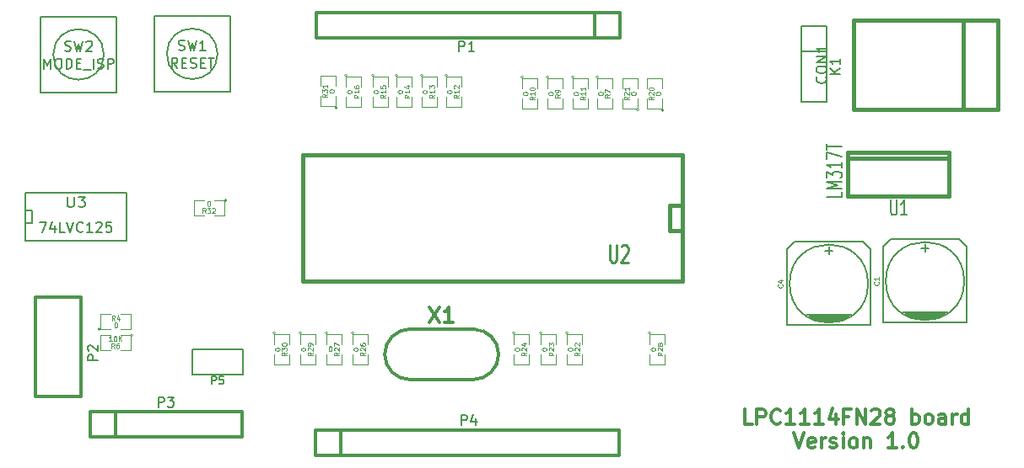
<source format=gto>
G04 (created by PCBNEW (2013-07-07 BZR 4022)-stable) date 5/31/2014 7:32:52 PM*
%MOIN*%
G04 Gerber Fmt 3.4, Leading zero omitted, Abs format*
%FSLAX34Y34*%
G01*
G70*
G90*
G04 APERTURE LIST*
%ADD10C,0.00590551*%
%ADD11C,0.011811*%
%ADD12C,0.005*%
%ADD13C,0.008*%
%ADD14C,0.0039*%
%ADD15C,0.006*%
%ADD16C,0.012*%
%ADD17C,0.0125*%
%ADD18C,0.015*%
%ADD19C,0.0043*%
%ADD20C,0.01125*%
%ADD21C,0.0047*%
G04 APERTURE END LIST*
G54D10*
G54D11*
X86766Y-65064D02*
X86484Y-65064D01*
X86484Y-64473D01*
X86962Y-65064D02*
X86962Y-64473D01*
X87187Y-64473D01*
X87244Y-64501D01*
X87272Y-64529D01*
X87300Y-64585D01*
X87300Y-64670D01*
X87272Y-64726D01*
X87244Y-64754D01*
X87187Y-64782D01*
X86962Y-64782D01*
X87891Y-65007D02*
X87862Y-65035D01*
X87778Y-65064D01*
X87722Y-65064D01*
X87637Y-65035D01*
X87581Y-64979D01*
X87553Y-64923D01*
X87525Y-64810D01*
X87525Y-64726D01*
X87553Y-64614D01*
X87581Y-64557D01*
X87637Y-64501D01*
X87722Y-64473D01*
X87778Y-64473D01*
X87862Y-64501D01*
X87891Y-64529D01*
X88453Y-65064D02*
X88115Y-65064D01*
X88284Y-65064D02*
X88284Y-64473D01*
X88228Y-64557D01*
X88172Y-64614D01*
X88115Y-64642D01*
X89015Y-65064D02*
X88678Y-65064D01*
X88847Y-65064D02*
X88847Y-64473D01*
X88790Y-64557D01*
X88734Y-64614D01*
X88678Y-64642D01*
X89578Y-65064D02*
X89240Y-65064D01*
X89409Y-65064D02*
X89409Y-64473D01*
X89353Y-64557D01*
X89297Y-64614D01*
X89240Y-64642D01*
X90084Y-64670D02*
X90084Y-65064D01*
X89943Y-64445D02*
X89803Y-64867D01*
X90168Y-64867D01*
X90590Y-64754D02*
X90393Y-64754D01*
X90393Y-65064D02*
X90393Y-64473D01*
X90675Y-64473D01*
X90900Y-65064D02*
X90900Y-64473D01*
X91237Y-65064D01*
X91237Y-64473D01*
X91490Y-64529D02*
X91518Y-64501D01*
X91574Y-64473D01*
X91715Y-64473D01*
X91771Y-64501D01*
X91799Y-64529D01*
X91828Y-64585D01*
X91828Y-64642D01*
X91799Y-64726D01*
X91462Y-65064D01*
X91828Y-65064D01*
X92165Y-64726D02*
X92109Y-64698D01*
X92081Y-64670D01*
X92052Y-64614D01*
X92052Y-64585D01*
X92081Y-64529D01*
X92109Y-64501D01*
X92165Y-64473D01*
X92277Y-64473D01*
X92334Y-64501D01*
X92362Y-64529D01*
X92390Y-64585D01*
X92390Y-64614D01*
X92362Y-64670D01*
X92334Y-64698D01*
X92277Y-64726D01*
X92165Y-64726D01*
X92109Y-64754D01*
X92081Y-64782D01*
X92052Y-64839D01*
X92052Y-64951D01*
X92081Y-65007D01*
X92109Y-65035D01*
X92165Y-65064D01*
X92277Y-65064D01*
X92334Y-65035D01*
X92362Y-65007D01*
X92390Y-64951D01*
X92390Y-64839D01*
X92362Y-64782D01*
X92334Y-64754D01*
X92277Y-64726D01*
X93093Y-65064D02*
X93093Y-64473D01*
X93093Y-64698D02*
X93149Y-64670D01*
X93262Y-64670D01*
X93318Y-64698D01*
X93346Y-64726D01*
X93374Y-64782D01*
X93374Y-64951D01*
X93346Y-65007D01*
X93318Y-65035D01*
X93262Y-65064D01*
X93149Y-65064D01*
X93093Y-65035D01*
X93712Y-65064D02*
X93655Y-65035D01*
X93627Y-65007D01*
X93599Y-64951D01*
X93599Y-64782D01*
X93627Y-64726D01*
X93655Y-64698D01*
X93712Y-64670D01*
X93796Y-64670D01*
X93852Y-64698D01*
X93880Y-64726D01*
X93908Y-64782D01*
X93908Y-64951D01*
X93880Y-65007D01*
X93852Y-65035D01*
X93796Y-65064D01*
X93712Y-65064D01*
X94415Y-65064D02*
X94415Y-64754D01*
X94387Y-64698D01*
X94330Y-64670D01*
X94218Y-64670D01*
X94162Y-64698D01*
X94415Y-65035D02*
X94358Y-65064D01*
X94218Y-65064D01*
X94162Y-65035D01*
X94133Y-64979D01*
X94133Y-64923D01*
X94162Y-64867D01*
X94218Y-64839D01*
X94358Y-64839D01*
X94415Y-64810D01*
X94696Y-65064D02*
X94696Y-64670D01*
X94696Y-64782D02*
X94724Y-64726D01*
X94752Y-64698D01*
X94808Y-64670D01*
X94865Y-64670D01*
X95315Y-65064D02*
X95315Y-64473D01*
X95315Y-65035D02*
X95258Y-65064D01*
X95146Y-65064D01*
X95090Y-65035D01*
X95061Y-65007D01*
X95033Y-64951D01*
X95033Y-64782D01*
X95061Y-64726D01*
X95090Y-64698D01*
X95146Y-64670D01*
X95258Y-64670D01*
X95315Y-64698D01*
X88425Y-65418D02*
X88622Y-66008D01*
X88819Y-65418D01*
X89240Y-65980D02*
X89184Y-66008D01*
X89072Y-66008D01*
X89015Y-65980D01*
X88987Y-65924D01*
X88987Y-65699D01*
X89015Y-65643D01*
X89072Y-65615D01*
X89184Y-65615D01*
X89240Y-65643D01*
X89268Y-65699D01*
X89268Y-65755D01*
X88987Y-65812D01*
X89522Y-66008D02*
X89522Y-65615D01*
X89522Y-65727D02*
X89550Y-65671D01*
X89578Y-65643D01*
X89634Y-65615D01*
X89690Y-65615D01*
X89859Y-65980D02*
X89915Y-66008D01*
X90028Y-66008D01*
X90084Y-65980D01*
X90112Y-65924D01*
X90112Y-65896D01*
X90084Y-65840D01*
X90028Y-65812D01*
X89943Y-65812D01*
X89887Y-65783D01*
X89859Y-65727D01*
X89859Y-65699D01*
X89887Y-65643D01*
X89943Y-65615D01*
X90028Y-65615D01*
X90084Y-65643D01*
X90365Y-66008D02*
X90365Y-65615D01*
X90365Y-65418D02*
X90337Y-65446D01*
X90365Y-65474D01*
X90393Y-65446D01*
X90365Y-65418D01*
X90365Y-65474D01*
X90731Y-66008D02*
X90675Y-65980D01*
X90646Y-65952D01*
X90618Y-65896D01*
X90618Y-65727D01*
X90646Y-65671D01*
X90675Y-65643D01*
X90731Y-65615D01*
X90815Y-65615D01*
X90871Y-65643D01*
X90900Y-65671D01*
X90928Y-65727D01*
X90928Y-65896D01*
X90900Y-65952D01*
X90871Y-65980D01*
X90815Y-66008D01*
X90731Y-66008D01*
X91181Y-65615D02*
X91181Y-66008D01*
X91181Y-65671D02*
X91209Y-65643D01*
X91265Y-65615D01*
X91349Y-65615D01*
X91406Y-65643D01*
X91434Y-65699D01*
X91434Y-66008D01*
X92474Y-66008D02*
X92137Y-66008D01*
X92306Y-66008D02*
X92306Y-65418D01*
X92249Y-65502D01*
X92193Y-65558D01*
X92137Y-65587D01*
X92727Y-65952D02*
X92756Y-65980D01*
X92727Y-66008D01*
X92699Y-65980D01*
X92727Y-65952D01*
X92727Y-66008D01*
X93121Y-65418D02*
X93177Y-65418D01*
X93234Y-65446D01*
X93262Y-65474D01*
X93290Y-65530D01*
X93318Y-65643D01*
X93318Y-65783D01*
X93290Y-65896D01*
X93262Y-65952D01*
X93234Y-65980D01*
X93177Y-66008D01*
X93121Y-66008D01*
X93065Y-65980D01*
X93037Y-65952D01*
X93009Y-65896D01*
X92980Y-65783D01*
X92980Y-65643D01*
X93009Y-65530D01*
X93037Y-65474D01*
X93065Y-65446D01*
X93121Y-65418D01*
G54D12*
X61150Y-50425D02*
G75*
G03X61150Y-50425I-1000J0D01*
G74*
G01*
X58650Y-48925D02*
X61650Y-48925D01*
X61650Y-48925D02*
X61650Y-51925D01*
X61650Y-51925D02*
X58650Y-51925D01*
X58650Y-48925D02*
X58650Y-51925D01*
X65640Y-50400D02*
G75*
G03X65640Y-50400I-1000J0D01*
G74*
G01*
X63140Y-48900D02*
X66140Y-48900D01*
X66140Y-48900D02*
X66140Y-51900D01*
X66140Y-51900D02*
X63140Y-51900D01*
X63140Y-48900D02*
X63140Y-51900D01*
G54D13*
X62050Y-55900D02*
X62050Y-57800D01*
X62050Y-57800D02*
X58050Y-57800D01*
X58050Y-57800D02*
X58050Y-55900D01*
X58050Y-55900D02*
X62050Y-55900D01*
X58050Y-56600D02*
X58300Y-56600D01*
X58300Y-56600D02*
X58300Y-57100D01*
X58300Y-57100D02*
X58050Y-57100D01*
G54D14*
X77400Y-61450D02*
G75*
G03X77400Y-61450I-50J0D01*
G74*
G01*
X77350Y-61900D02*
X77350Y-61500D01*
X77350Y-61500D02*
X77950Y-61500D01*
X77950Y-61500D02*
X77950Y-61900D01*
X77950Y-62300D02*
X77950Y-62700D01*
X77950Y-62700D02*
X77350Y-62700D01*
X77350Y-62700D02*
X77350Y-62300D01*
X78725Y-51325D02*
G75*
G03X78725Y-51325I-50J0D01*
G74*
G01*
X78675Y-51775D02*
X78675Y-51375D01*
X78675Y-51375D02*
X79275Y-51375D01*
X79275Y-51375D02*
X79275Y-51775D01*
X79275Y-52175D02*
X79275Y-52575D01*
X79275Y-52575D02*
X78675Y-52575D01*
X78675Y-52575D02*
X78675Y-52175D01*
X77725Y-51325D02*
G75*
G03X77725Y-51325I-50J0D01*
G74*
G01*
X77675Y-51775D02*
X77675Y-51375D01*
X77675Y-51375D02*
X78275Y-51375D01*
X78275Y-51375D02*
X78275Y-51775D01*
X78275Y-52175D02*
X78275Y-52575D01*
X78275Y-52575D02*
X77675Y-52575D01*
X77675Y-52575D02*
X77675Y-52175D01*
X79725Y-51325D02*
G75*
G03X79725Y-51325I-50J0D01*
G74*
G01*
X79675Y-51775D02*
X79675Y-51375D01*
X79675Y-51375D02*
X80275Y-51375D01*
X80275Y-51375D02*
X80275Y-51775D01*
X80275Y-52175D02*
X80275Y-52575D01*
X80275Y-52575D02*
X79675Y-52575D01*
X79675Y-52575D02*
X79675Y-52175D01*
X74725Y-51250D02*
G75*
G03X74725Y-51250I-50J0D01*
G74*
G01*
X74675Y-51700D02*
X74675Y-51300D01*
X74675Y-51300D02*
X75275Y-51300D01*
X75275Y-51300D02*
X75275Y-51700D01*
X75275Y-52100D02*
X75275Y-52500D01*
X75275Y-52500D02*
X74675Y-52500D01*
X74675Y-52500D02*
X74675Y-52100D01*
X73750Y-51250D02*
G75*
G03X73750Y-51250I-50J0D01*
G74*
G01*
X73700Y-51700D02*
X73700Y-51300D01*
X73700Y-51300D02*
X74300Y-51300D01*
X74300Y-51300D02*
X74300Y-51700D01*
X74300Y-52100D02*
X74300Y-52500D01*
X74300Y-52500D02*
X73700Y-52500D01*
X73700Y-52500D02*
X73700Y-52100D01*
X72775Y-51250D02*
G75*
G03X72775Y-51250I-50J0D01*
G74*
G01*
X72725Y-51700D02*
X72725Y-51300D01*
X72725Y-51300D02*
X73325Y-51300D01*
X73325Y-51300D02*
X73325Y-51700D01*
X73325Y-52100D02*
X73325Y-52500D01*
X73325Y-52500D02*
X72725Y-52500D01*
X72725Y-52500D02*
X72725Y-52100D01*
X71825Y-51250D02*
G75*
G03X71825Y-51250I-50J0D01*
G74*
G01*
X71775Y-51700D02*
X71775Y-51300D01*
X71775Y-51300D02*
X72375Y-51300D01*
X72375Y-51300D02*
X72375Y-51700D01*
X72375Y-52100D02*
X72375Y-52500D01*
X72375Y-52500D02*
X71775Y-52500D01*
X71775Y-52500D02*
X71775Y-52100D01*
X70775Y-51250D02*
G75*
G03X70775Y-51250I-50J0D01*
G74*
G01*
X70725Y-51700D02*
X70725Y-51300D01*
X70725Y-51300D02*
X71325Y-51300D01*
X71325Y-51300D02*
X71325Y-51700D01*
X71325Y-52100D02*
X71325Y-52500D01*
X71325Y-52500D02*
X70725Y-52500D01*
X70725Y-52500D02*
X70725Y-52100D01*
X78475Y-61450D02*
G75*
G03X78475Y-61450I-50J0D01*
G74*
G01*
X78425Y-61900D02*
X78425Y-61500D01*
X78425Y-61500D02*
X79025Y-61500D01*
X79025Y-61500D02*
X79025Y-61900D01*
X79025Y-62300D02*
X79025Y-62700D01*
X79025Y-62700D02*
X78425Y-62700D01*
X78425Y-62700D02*
X78425Y-62300D01*
X61025Y-61300D02*
G75*
G03X61025Y-61300I-50J0D01*
G74*
G01*
X61425Y-61300D02*
X61025Y-61300D01*
X61025Y-61300D02*
X61025Y-60700D01*
X61025Y-60700D02*
X61425Y-60700D01*
X61825Y-60700D02*
X62225Y-60700D01*
X62225Y-60700D02*
X62225Y-61300D01*
X62225Y-61300D02*
X61825Y-61300D01*
X66000Y-56200D02*
G75*
G03X66000Y-56200I-50J0D01*
G74*
G01*
X65500Y-56200D02*
X65900Y-56200D01*
X65900Y-56200D02*
X65900Y-56800D01*
X65900Y-56800D02*
X65500Y-56800D01*
X65100Y-56800D02*
X64700Y-56800D01*
X64700Y-56800D02*
X64700Y-56200D01*
X64700Y-56200D02*
X65100Y-56200D01*
X68950Y-61450D02*
G75*
G03X68950Y-61450I-50J0D01*
G74*
G01*
X68900Y-61900D02*
X68900Y-61500D01*
X68900Y-61500D02*
X69500Y-61500D01*
X69500Y-61500D02*
X69500Y-61900D01*
X69500Y-62300D02*
X69500Y-62700D01*
X69500Y-62700D02*
X68900Y-62700D01*
X68900Y-62700D02*
X68900Y-62300D01*
X62300Y-61550D02*
G75*
G03X62300Y-61550I-50J0D01*
G74*
G01*
X61800Y-61550D02*
X62200Y-61550D01*
X62200Y-61550D02*
X62200Y-62150D01*
X62200Y-62150D02*
X61800Y-62150D01*
X61400Y-62150D02*
X61000Y-62150D01*
X61000Y-62150D02*
X61000Y-61550D01*
X61000Y-61550D02*
X61400Y-61550D01*
X70375Y-52525D02*
G75*
G03X70375Y-52525I-50J0D01*
G74*
G01*
X70325Y-52075D02*
X70325Y-52475D01*
X70325Y-52475D02*
X69725Y-52475D01*
X69725Y-52475D02*
X69725Y-52075D01*
X69725Y-51675D02*
X69725Y-51275D01*
X69725Y-51275D02*
X70325Y-51275D01*
X70325Y-51275D02*
X70325Y-51675D01*
X67925Y-61450D02*
G75*
G03X67925Y-61450I-50J0D01*
G74*
G01*
X67875Y-61900D02*
X67875Y-61500D01*
X67875Y-61500D02*
X68475Y-61500D01*
X68475Y-61500D02*
X68475Y-61900D01*
X68475Y-62300D02*
X68475Y-62700D01*
X68475Y-62700D02*
X67875Y-62700D01*
X67875Y-62700D02*
X67875Y-62300D01*
X80700Y-51325D02*
G75*
G03X80700Y-51325I-50J0D01*
G74*
G01*
X80650Y-51775D02*
X80650Y-51375D01*
X80650Y-51375D02*
X81250Y-51375D01*
X81250Y-51375D02*
X81250Y-51775D01*
X81250Y-52175D02*
X81250Y-52575D01*
X81250Y-52575D02*
X80650Y-52575D01*
X80650Y-52575D02*
X80650Y-52175D01*
X82775Y-61450D02*
G75*
G03X82775Y-61450I-50J0D01*
G74*
G01*
X82725Y-61900D02*
X82725Y-61500D01*
X82725Y-61500D02*
X83325Y-61500D01*
X83325Y-61500D02*
X83325Y-61900D01*
X83325Y-62300D02*
X83325Y-62700D01*
X83325Y-62700D02*
X82725Y-62700D01*
X82725Y-62700D02*
X82725Y-62300D01*
X70000Y-61450D02*
G75*
G03X70000Y-61450I-50J0D01*
G74*
G01*
X69950Y-61900D02*
X69950Y-61500D01*
X69950Y-61500D02*
X70550Y-61500D01*
X70550Y-61500D02*
X70550Y-61900D01*
X70550Y-62300D02*
X70550Y-62700D01*
X70550Y-62700D02*
X69950Y-62700D01*
X69950Y-62700D02*
X69950Y-62300D01*
X71025Y-61450D02*
G75*
G03X71025Y-61450I-50J0D01*
G74*
G01*
X70975Y-61900D02*
X70975Y-61500D01*
X70975Y-61500D02*
X71575Y-61500D01*
X71575Y-61500D02*
X71575Y-61900D01*
X71575Y-62300D02*
X71575Y-62700D01*
X71575Y-62700D02*
X70975Y-62700D01*
X70975Y-62700D02*
X70975Y-62300D01*
X83275Y-52625D02*
G75*
G03X83275Y-52625I-50J0D01*
G74*
G01*
X83225Y-52175D02*
X83225Y-52575D01*
X83225Y-52575D02*
X82625Y-52575D01*
X82625Y-52575D02*
X82625Y-52175D01*
X82625Y-51775D02*
X82625Y-51375D01*
X82625Y-51375D02*
X83225Y-51375D01*
X83225Y-51375D02*
X83225Y-51775D01*
X82300Y-52625D02*
G75*
G03X82300Y-52625I-50J0D01*
G74*
G01*
X82250Y-52175D02*
X82250Y-52575D01*
X82250Y-52575D02*
X81650Y-52575D01*
X81650Y-52575D02*
X81650Y-52175D01*
X81650Y-51775D02*
X81650Y-51375D01*
X81650Y-51375D02*
X82250Y-51375D01*
X82250Y-51375D02*
X82250Y-51775D01*
X79500Y-61450D02*
G75*
G03X79500Y-61450I-50J0D01*
G74*
G01*
X79450Y-61900D02*
X79450Y-61500D01*
X79450Y-61500D02*
X80050Y-61500D01*
X80050Y-61500D02*
X80050Y-61900D01*
X80050Y-62300D02*
X80050Y-62700D01*
X80050Y-62700D02*
X79450Y-62700D01*
X79450Y-62700D02*
X79450Y-62300D01*
G54D15*
X88725Y-49300D02*
X89725Y-49300D01*
X89725Y-49300D02*
X89725Y-52300D01*
X89725Y-52300D02*
X88725Y-52300D01*
X88725Y-52300D02*
X88725Y-49300D01*
X89725Y-50300D02*
X88725Y-50300D01*
X66650Y-62100D02*
X66650Y-63100D01*
X66650Y-63100D02*
X64650Y-63100D01*
X64650Y-63100D02*
X64650Y-62100D01*
X64650Y-62100D02*
X66650Y-62100D01*
G54D16*
X60600Y-65575D02*
X60600Y-64575D01*
X60600Y-64575D02*
X66600Y-64575D01*
X66600Y-64575D02*
X66600Y-65575D01*
X66600Y-65575D02*
X60600Y-65575D01*
X61600Y-65575D02*
X61600Y-64575D01*
X75500Y-66300D02*
X81510Y-66300D01*
X81500Y-66300D02*
X81500Y-65300D01*
X81500Y-65300D02*
X75500Y-65300D01*
X69500Y-66300D02*
X69500Y-65300D01*
X69500Y-65300D02*
X75500Y-65300D01*
X75500Y-66300D02*
X69500Y-66300D01*
X70500Y-66300D02*
X70500Y-65300D01*
X75550Y-48775D02*
X69540Y-48775D01*
X69550Y-48775D02*
X69550Y-49775D01*
X69550Y-49775D02*
X75550Y-49775D01*
X81550Y-48775D02*
X81550Y-49775D01*
X81550Y-49775D02*
X75550Y-49775D01*
X75550Y-48775D02*
X81550Y-48775D01*
X80550Y-48775D02*
X80550Y-49775D01*
G54D17*
X73250Y-63300D02*
X75750Y-63300D01*
X73250Y-61300D02*
X75750Y-61300D01*
X76750Y-62300D02*
G75*
G03X75750Y-61300I-1000J0D01*
G74*
G01*
X75750Y-63300D02*
G75*
G03X76750Y-62300I0J1000D01*
G74*
G01*
X73250Y-61300D02*
G75*
G03X72250Y-62300I0J-1000D01*
G74*
G01*
X72250Y-62300D02*
G75*
G03X73250Y-63300I1000J0D01*
G74*
G01*
G54D18*
X84000Y-57400D02*
X84000Y-57400D01*
X84000Y-57400D02*
X83500Y-57400D01*
X83500Y-57400D02*
X83500Y-56400D01*
X83500Y-56400D02*
X84000Y-56400D01*
X84000Y-59400D02*
X69000Y-59400D01*
X69000Y-59400D02*
X69000Y-54400D01*
X69000Y-54400D02*
X84000Y-54400D01*
X84000Y-54400D02*
X84000Y-59400D01*
X95100Y-52597D02*
X95100Y-49053D01*
X96478Y-52597D02*
X96478Y-49053D01*
X96478Y-49053D02*
X90769Y-49053D01*
X90769Y-49053D02*
X90769Y-52597D01*
X90769Y-52597D02*
X96478Y-52597D01*
X90560Y-54540D02*
X90560Y-54290D01*
X90560Y-54290D02*
X94560Y-54290D01*
X94560Y-54290D02*
X94560Y-54540D01*
X90560Y-56040D02*
X90560Y-54540D01*
X90560Y-54540D02*
X94560Y-54540D01*
X94560Y-54540D02*
X94560Y-56040D01*
X94560Y-56040D02*
X90560Y-56040D01*
G54D16*
X60250Y-60031D02*
X60250Y-63968D01*
X60250Y-63968D02*
X58462Y-63968D01*
X58462Y-63968D02*
X58462Y-60031D01*
X58462Y-60031D02*
X60234Y-60031D01*
G54D12*
X93200Y-60900D02*
X94000Y-60900D01*
X94150Y-60850D02*
X93050Y-60850D01*
X92950Y-60800D02*
X94250Y-60800D01*
X94350Y-60750D02*
X92850Y-60750D01*
X94400Y-60700D02*
X92800Y-60700D01*
X92700Y-60650D02*
X94500Y-60650D01*
X95150Y-59400D02*
G75*
G03X95150Y-59400I-1550J0D01*
G74*
G01*
X91950Y-61050D02*
X95250Y-61050D01*
X95250Y-61050D02*
X95250Y-58050D01*
X95250Y-58050D02*
X94950Y-57750D01*
X94950Y-57750D02*
X92250Y-57750D01*
X92250Y-57750D02*
X91950Y-58050D01*
X91950Y-58050D02*
X91950Y-61050D01*
X93600Y-57950D02*
X93600Y-58250D01*
X93450Y-58100D02*
X93750Y-58100D01*
X89400Y-61000D02*
X90200Y-61000D01*
X90350Y-60950D02*
X89250Y-60950D01*
X89150Y-60900D02*
X90450Y-60900D01*
X90550Y-60850D02*
X89050Y-60850D01*
X90600Y-60800D02*
X89000Y-60800D01*
X88900Y-60750D02*
X90700Y-60750D01*
X91350Y-59500D02*
G75*
G03X91350Y-59500I-1550J0D01*
G74*
G01*
X88150Y-61150D02*
X91450Y-61150D01*
X91450Y-61150D02*
X91450Y-58150D01*
X91450Y-58150D02*
X91150Y-57850D01*
X91150Y-57850D02*
X88450Y-57850D01*
X88450Y-57850D02*
X88150Y-58150D01*
X88150Y-58150D02*
X88150Y-61150D01*
X89800Y-58050D02*
X89800Y-58350D01*
X89650Y-58200D02*
X89950Y-58200D01*
G54D13*
X59616Y-50267D02*
X59673Y-50286D01*
X59769Y-50286D01*
X59807Y-50267D01*
X59826Y-50248D01*
X59845Y-50210D01*
X59845Y-50172D01*
X59826Y-50134D01*
X59807Y-50115D01*
X59769Y-50096D01*
X59692Y-50077D01*
X59654Y-50058D01*
X59635Y-50039D01*
X59616Y-50001D01*
X59616Y-49963D01*
X59635Y-49925D01*
X59654Y-49905D01*
X59692Y-49886D01*
X59788Y-49886D01*
X59845Y-49905D01*
X59978Y-49886D02*
X60073Y-50286D01*
X60150Y-50001D01*
X60226Y-50286D01*
X60321Y-49886D01*
X60454Y-49925D02*
X60473Y-49905D01*
X60511Y-49886D01*
X60607Y-49886D01*
X60645Y-49905D01*
X60664Y-49925D01*
X60683Y-49963D01*
X60683Y-50001D01*
X60664Y-50058D01*
X60435Y-50286D01*
X60683Y-50286D01*
X58788Y-50986D02*
X58788Y-50586D01*
X58921Y-50872D01*
X59054Y-50586D01*
X59054Y-50986D01*
X59321Y-50586D02*
X59397Y-50586D01*
X59435Y-50605D01*
X59473Y-50644D01*
X59492Y-50720D01*
X59492Y-50853D01*
X59473Y-50929D01*
X59435Y-50967D01*
X59397Y-50986D01*
X59321Y-50986D01*
X59283Y-50967D01*
X59245Y-50929D01*
X59226Y-50853D01*
X59226Y-50720D01*
X59245Y-50644D01*
X59283Y-50605D01*
X59321Y-50586D01*
X59664Y-50986D02*
X59664Y-50586D01*
X59759Y-50586D01*
X59816Y-50605D01*
X59854Y-50644D01*
X59873Y-50682D01*
X59892Y-50758D01*
X59892Y-50815D01*
X59873Y-50891D01*
X59854Y-50929D01*
X59816Y-50967D01*
X59759Y-50986D01*
X59664Y-50986D01*
X60064Y-50777D02*
X60197Y-50777D01*
X60254Y-50986D02*
X60064Y-50986D01*
X60064Y-50586D01*
X60254Y-50586D01*
X60330Y-51025D02*
X60635Y-51025D01*
X60730Y-50986D02*
X60730Y-50586D01*
X60902Y-50967D02*
X60959Y-50986D01*
X61054Y-50986D01*
X61092Y-50967D01*
X61111Y-50948D01*
X61130Y-50910D01*
X61130Y-50872D01*
X61111Y-50834D01*
X61092Y-50815D01*
X61054Y-50796D01*
X60978Y-50777D01*
X60940Y-50758D01*
X60921Y-50739D01*
X60902Y-50701D01*
X60902Y-50663D01*
X60921Y-50625D01*
X60940Y-50605D01*
X60978Y-50586D01*
X61073Y-50586D01*
X61130Y-50605D01*
X61302Y-50986D02*
X61302Y-50586D01*
X61454Y-50586D01*
X61492Y-50605D01*
X61511Y-50625D01*
X61530Y-50663D01*
X61530Y-50720D01*
X61511Y-50758D01*
X61492Y-50777D01*
X61454Y-50796D01*
X61302Y-50796D01*
X64106Y-50242D02*
X64163Y-50261D01*
X64259Y-50261D01*
X64297Y-50242D01*
X64316Y-50223D01*
X64335Y-50185D01*
X64335Y-50147D01*
X64316Y-50109D01*
X64297Y-50090D01*
X64259Y-50071D01*
X64182Y-50052D01*
X64144Y-50033D01*
X64125Y-50014D01*
X64106Y-49976D01*
X64106Y-49938D01*
X64125Y-49900D01*
X64144Y-49880D01*
X64182Y-49861D01*
X64278Y-49861D01*
X64335Y-49880D01*
X64468Y-49861D02*
X64563Y-50261D01*
X64640Y-49976D01*
X64716Y-50261D01*
X64811Y-49861D01*
X65173Y-50261D02*
X64944Y-50261D01*
X65059Y-50261D02*
X65059Y-49861D01*
X65020Y-49919D01*
X64982Y-49957D01*
X64944Y-49976D01*
X64059Y-50961D02*
X63925Y-50771D01*
X63830Y-50961D02*
X63830Y-50561D01*
X63982Y-50561D01*
X64020Y-50580D01*
X64040Y-50600D01*
X64059Y-50638D01*
X64059Y-50695D01*
X64040Y-50733D01*
X64020Y-50752D01*
X63982Y-50771D01*
X63830Y-50771D01*
X64230Y-50752D02*
X64363Y-50752D01*
X64420Y-50961D02*
X64230Y-50961D01*
X64230Y-50561D01*
X64420Y-50561D01*
X64573Y-50942D02*
X64630Y-50961D01*
X64725Y-50961D01*
X64763Y-50942D01*
X64782Y-50923D01*
X64801Y-50885D01*
X64801Y-50847D01*
X64782Y-50809D01*
X64763Y-50790D01*
X64725Y-50771D01*
X64649Y-50752D01*
X64611Y-50733D01*
X64592Y-50714D01*
X64573Y-50676D01*
X64573Y-50638D01*
X64592Y-50600D01*
X64611Y-50580D01*
X64649Y-50561D01*
X64744Y-50561D01*
X64801Y-50580D01*
X64973Y-50752D02*
X65106Y-50752D01*
X65163Y-50961D02*
X64973Y-50961D01*
X64973Y-50561D01*
X65163Y-50561D01*
X65278Y-50561D02*
X65506Y-50561D01*
X65392Y-50961D02*
X65392Y-50561D01*
G54D12*
X59707Y-56061D02*
X59707Y-56385D01*
X59728Y-56423D01*
X59750Y-56442D01*
X59792Y-56461D01*
X59878Y-56461D01*
X59921Y-56442D01*
X59942Y-56423D01*
X59964Y-56385D01*
X59964Y-56061D01*
X60135Y-56061D02*
X60414Y-56061D01*
X60264Y-56214D01*
X60328Y-56214D01*
X60371Y-56233D01*
X60392Y-56252D01*
X60414Y-56290D01*
X60414Y-56385D01*
X60392Y-56423D01*
X60371Y-56442D01*
X60328Y-56461D01*
X60200Y-56461D01*
X60157Y-56442D01*
X60135Y-56423D01*
X58621Y-57061D02*
X58888Y-57061D01*
X58716Y-57461D01*
X59211Y-57195D02*
X59211Y-57461D01*
X59116Y-57042D02*
X59021Y-57328D01*
X59269Y-57328D01*
X59611Y-57461D02*
X59421Y-57461D01*
X59421Y-57061D01*
X59688Y-57061D02*
X59821Y-57461D01*
X59954Y-57061D01*
X60316Y-57423D02*
X60297Y-57442D01*
X60240Y-57461D01*
X60202Y-57461D01*
X60145Y-57442D01*
X60107Y-57404D01*
X60088Y-57366D01*
X60069Y-57290D01*
X60069Y-57233D01*
X60088Y-57157D01*
X60107Y-57119D01*
X60145Y-57080D01*
X60202Y-57061D01*
X60240Y-57061D01*
X60297Y-57080D01*
X60316Y-57100D01*
X60697Y-57461D02*
X60469Y-57461D01*
X60583Y-57461D02*
X60583Y-57061D01*
X60545Y-57119D01*
X60507Y-57157D01*
X60469Y-57176D01*
X60850Y-57100D02*
X60869Y-57080D01*
X60907Y-57061D01*
X61002Y-57061D01*
X61040Y-57080D01*
X61059Y-57100D01*
X61078Y-57138D01*
X61078Y-57176D01*
X61059Y-57233D01*
X60830Y-57461D01*
X61078Y-57461D01*
X61440Y-57061D02*
X61250Y-57061D01*
X61230Y-57252D01*
X61250Y-57233D01*
X61288Y-57214D01*
X61383Y-57214D01*
X61421Y-57233D01*
X61440Y-57252D01*
X61459Y-57290D01*
X61459Y-57385D01*
X61440Y-57423D01*
X61421Y-57442D01*
X61383Y-57461D01*
X61288Y-57461D01*
X61250Y-57442D01*
X61230Y-57423D01*
G54D19*
X77854Y-62226D02*
X77760Y-62292D01*
X77854Y-62339D02*
X77657Y-62339D01*
X77657Y-62264D01*
X77667Y-62245D01*
X77676Y-62236D01*
X77695Y-62226D01*
X77723Y-62226D01*
X77742Y-62236D01*
X77751Y-62245D01*
X77760Y-62264D01*
X77760Y-62339D01*
X77676Y-62151D02*
X77667Y-62142D01*
X77657Y-62123D01*
X77657Y-62076D01*
X77667Y-62057D01*
X77676Y-62048D01*
X77695Y-62039D01*
X77714Y-62039D01*
X77742Y-62048D01*
X77854Y-62160D01*
X77854Y-62039D01*
X77723Y-61870D02*
X77854Y-61870D01*
X77648Y-61917D02*
X77789Y-61963D01*
X77789Y-61842D01*
X77382Y-62109D02*
X77382Y-62090D01*
X77392Y-62071D01*
X77401Y-62062D01*
X77420Y-62053D01*
X77457Y-62043D01*
X77504Y-62043D01*
X77542Y-62053D01*
X77560Y-62062D01*
X77570Y-62071D01*
X77579Y-62090D01*
X77579Y-62109D01*
X77570Y-62128D01*
X77560Y-62137D01*
X77542Y-62146D01*
X77504Y-62156D01*
X77457Y-62156D01*
X77420Y-62146D01*
X77401Y-62137D01*
X77392Y-62128D01*
X77382Y-62109D01*
X79179Y-52007D02*
X79085Y-52073D01*
X79179Y-52120D02*
X78982Y-52120D01*
X78982Y-52045D01*
X78992Y-52026D01*
X79001Y-52017D01*
X79020Y-52007D01*
X79048Y-52007D01*
X79067Y-52017D01*
X79076Y-52026D01*
X79085Y-52045D01*
X79085Y-52120D01*
X79179Y-51914D02*
X79179Y-51876D01*
X79170Y-51857D01*
X79160Y-51848D01*
X79132Y-51829D01*
X79095Y-51820D01*
X79020Y-51820D01*
X79001Y-51829D01*
X78992Y-51838D01*
X78982Y-51857D01*
X78982Y-51895D01*
X78992Y-51914D01*
X79001Y-51923D01*
X79020Y-51932D01*
X79067Y-51932D01*
X79085Y-51923D01*
X79095Y-51914D01*
X79104Y-51895D01*
X79104Y-51857D01*
X79095Y-51838D01*
X79085Y-51829D01*
X79067Y-51820D01*
X78707Y-51984D02*
X78707Y-51965D01*
X78717Y-51946D01*
X78726Y-51937D01*
X78745Y-51928D01*
X78782Y-51918D01*
X78829Y-51918D01*
X78867Y-51928D01*
X78885Y-51937D01*
X78895Y-51946D01*
X78904Y-51965D01*
X78904Y-51984D01*
X78895Y-52003D01*
X78885Y-52012D01*
X78867Y-52021D01*
X78829Y-52031D01*
X78782Y-52031D01*
X78745Y-52021D01*
X78726Y-52012D01*
X78717Y-52003D01*
X78707Y-51984D01*
X78179Y-52101D02*
X78085Y-52167D01*
X78179Y-52214D02*
X77982Y-52214D01*
X77982Y-52139D01*
X77992Y-52120D01*
X78001Y-52111D01*
X78020Y-52101D01*
X78048Y-52101D01*
X78067Y-52111D01*
X78076Y-52120D01*
X78085Y-52139D01*
X78085Y-52214D01*
X78179Y-51914D02*
X78179Y-52026D01*
X78179Y-51970D02*
X77982Y-51970D01*
X78010Y-51989D01*
X78029Y-52007D01*
X78039Y-52026D01*
X77982Y-51792D02*
X77982Y-51773D01*
X77992Y-51754D01*
X78001Y-51745D01*
X78020Y-51735D01*
X78057Y-51726D01*
X78104Y-51726D01*
X78142Y-51735D01*
X78160Y-51745D01*
X78170Y-51754D01*
X78179Y-51773D01*
X78179Y-51792D01*
X78170Y-51810D01*
X78160Y-51820D01*
X78142Y-51829D01*
X78104Y-51838D01*
X78057Y-51838D01*
X78020Y-51829D01*
X78001Y-51820D01*
X77992Y-51810D01*
X77982Y-51792D01*
X77707Y-51984D02*
X77707Y-51965D01*
X77717Y-51946D01*
X77726Y-51937D01*
X77745Y-51928D01*
X77782Y-51918D01*
X77829Y-51918D01*
X77867Y-51928D01*
X77885Y-51937D01*
X77895Y-51946D01*
X77904Y-51965D01*
X77904Y-51984D01*
X77895Y-52003D01*
X77885Y-52012D01*
X77867Y-52021D01*
X77829Y-52031D01*
X77782Y-52031D01*
X77745Y-52021D01*
X77726Y-52012D01*
X77717Y-52003D01*
X77707Y-51984D01*
X80179Y-52101D02*
X80085Y-52167D01*
X80179Y-52214D02*
X79982Y-52214D01*
X79982Y-52139D01*
X79992Y-52120D01*
X80001Y-52111D01*
X80020Y-52101D01*
X80048Y-52101D01*
X80067Y-52111D01*
X80076Y-52120D01*
X80085Y-52139D01*
X80085Y-52214D01*
X80179Y-51914D02*
X80179Y-52026D01*
X80179Y-51970D02*
X79982Y-51970D01*
X80010Y-51989D01*
X80029Y-52007D01*
X80039Y-52026D01*
X80179Y-51726D02*
X80179Y-51838D01*
X80179Y-51782D02*
X79982Y-51782D01*
X80010Y-51801D01*
X80029Y-51820D01*
X80039Y-51838D01*
X79707Y-51984D02*
X79707Y-51965D01*
X79717Y-51946D01*
X79726Y-51937D01*
X79745Y-51928D01*
X79782Y-51918D01*
X79829Y-51918D01*
X79867Y-51928D01*
X79885Y-51937D01*
X79895Y-51946D01*
X79904Y-51965D01*
X79904Y-51984D01*
X79895Y-52003D01*
X79885Y-52012D01*
X79867Y-52021D01*
X79829Y-52031D01*
X79782Y-52031D01*
X79745Y-52021D01*
X79726Y-52012D01*
X79717Y-52003D01*
X79707Y-51984D01*
X75179Y-52026D02*
X75085Y-52092D01*
X75179Y-52139D02*
X74982Y-52139D01*
X74982Y-52064D01*
X74992Y-52045D01*
X75001Y-52036D01*
X75020Y-52026D01*
X75048Y-52026D01*
X75067Y-52036D01*
X75076Y-52045D01*
X75085Y-52064D01*
X75085Y-52139D01*
X75179Y-51839D02*
X75179Y-51951D01*
X75179Y-51895D02*
X74982Y-51895D01*
X75010Y-51914D01*
X75029Y-51932D01*
X75039Y-51951D01*
X75001Y-51763D02*
X74992Y-51754D01*
X74982Y-51735D01*
X74982Y-51688D01*
X74992Y-51670D01*
X75001Y-51660D01*
X75020Y-51651D01*
X75039Y-51651D01*
X75067Y-51660D01*
X75179Y-51773D01*
X75179Y-51651D01*
X74707Y-51909D02*
X74707Y-51890D01*
X74717Y-51871D01*
X74726Y-51862D01*
X74745Y-51853D01*
X74782Y-51843D01*
X74829Y-51843D01*
X74867Y-51853D01*
X74885Y-51862D01*
X74895Y-51871D01*
X74904Y-51890D01*
X74904Y-51909D01*
X74895Y-51928D01*
X74885Y-51937D01*
X74867Y-51946D01*
X74829Y-51956D01*
X74782Y-51956D01*
X74745Y-51946D01*
X74726Y-51937D01*
X74717Y-51928D01*
X74707Y-51909D01*
X74204Y-52026D02*
X74110Y-52092D01*
X74204Y-52139D02*
X74007Y-52139D01*
X74007Y-52064D01*
X74017Y-52045D01*
X74026Y-52036D01*
X74045Y-52026D01*
X74073Y-52026D01*
X74092Y-52036D01*
X74101Y-52045D01*
X74110Y-52064D01*
X74110Y-52139D01*
X74204Y-51839D02*
X74204Y-51951D01*
X74204Y-51895D02*
X74007Y-51895D01*
X74035Y-51914D01*
X74054Y-51932D01*
X74064Y-51951D01*
X74007Y-51773D02*
X74007Y-51651D01*
X74082Y-51717D01*
X74082Y-51688D01*
X74092Y-51670D01*
X74101Y-51660D01*
X74120Y-51651D01*
X74167Y-51651D01*
X74185Y-51660D01*
X74195Y-51670D01*
X74204Y-51688D01*
X74204Y-51745D01*
X74195Y-51763D01*
X74185Y-51773D01*
X73732Y-51909D02*
X73732Y-51890D01*
X73742Y-51871D01*
X73751Y-51862D01*
X73770Y-51853D01*
X73807Y-51843D01*
X73854Y-51843D01*
X73892Y-51853D01*
X73910Y-51862D01*
X73920Y-51871D01*
X73929Y-51890D01*
X73929Y-51909D01*
X73920Y-51928D01*
X73910Y-51937D01*
X73892Y-51946D01*
X73854Y-51956D01*
X73807Y-51956D01*
X73770Y-51946D01*
X73751Y-51937D01*
X73742Y-51928D01*
X73732Y-51909D01*
X73229Y-52026D02*
X73135Y-52092D01*
X73229Y-52139D02*
X73032Y-52139D01*
X73032Y-52064D01*
X73042Y-52045D01*
X73051Y-52036D01*
X73070Y-52026D01*
X73098Y-52026D01*
X73117Y-52036D01*
X73126Y-52045D01*
X73135Y-52064D01*
X73135Y-52139D01*
X73229Y-51839D02*
X73229Y-51951D01*
X73229Y-51895D02*
X73032Y-51895D01*
X73060Y-51914D01*
X73079Y-51932D01*
X73089Y-51951D01*
X73098Y-51670D02*
X73229Y-51670D01*
X73023Y-51717D02*
X73164Y-51763D01*
X73164Y-51642D01*
X72757Y-51909D02*
X72757Y-51890D01*
X72767Y-51871D01*
X72776Y-51862D01*
X72795Y-51853D01*
X72832Y-51843D01*
X72879Y-51843D01*
X72917Y-51853D01*
X72935Y-51862D01*
X72945Y-51871D01*
X72954Y-51890D01*
X72954Y-51909D01*
X72945Y-51928D01*
X72935Y-51937D01*
X72917Y-51946D01*
X72879Y-51956D01*
X72832Y-51956D01*
X72795Y-51946D01*
X72776Y-51937D01*
X72767Y-51928D01*
X72757Y-51909D01*
X72279Y-52026D02*
X72185Y-52092D01*
X72279Y-52139D02*
X72082Y-52139D01*
X72082Y-52064D01*
X72092Y-52045D01*
X72101Y-52036D01*
X72120Y-52026D01*
X72148Y-52026D01*
X72167Y-52036D01*
X72176Y-52045D01*
X72185Y-52064D01*
X72185Y-52139D01*
X72279Y-51839D02*
X72279Y-51951D01*
X72279Y-51895D02*
X72082Y-51895D01*
X72110Y-51914D01*
X72129Y-51932D01*
X72139Y-51951D01*
X72082Y-51660D02*
X72082Y-51754D01*
X72176Y-51763D01*
X72167Y-51754D01*
X72157Y-51735D01*
X72157Y-51688D01*
X72167Y-51670D01*
X72176Y-51660D01*
X72195Y-51651D01*
X72242Y-51651D01*
X72260Y-51660D01*
X72270Y-51670D01*
X72279Y-51688D01*
X72279Y-51735D01*
X72270Y-51754D01*
X72260Y-51763D01*
X71807Y-51909D02*
X71807Y-51890D01*
X71817Y-51871D01*
X71826Y-51862D01*
X71845Y-51853D01*
X71882Y-51843D01*
X71929Y-51843D01*
X71967Y-51853D01*
X71985Y-51862D01*
X71995Y-51871D01*
X72004Y-51890D01*
X72004Y-51909D01*
X71995Y-51928D01*
X71985Y-51937D01*
X71967Y-51946D01*
X71929Y-51956D01*
X71882Y-51956D01*
X71845Y-51946D01*
X71826Y-51937D01*
X71817Y-51928D01*
X71807Y-51909D01*
X71229Y-52026D02*
X71135Y-52092D01*
X71229Y-52139D02*
X71032Y-52139D01*
X71032Y-52064D01*
X71042Y-52045D01*
X71051Y-52036D01*
X71070Y-52026D01*
X71098Y-52026D01*
X71117Y-52036D01*
X71126Y-52045D01*
X71135Y-52064D01*
X71135Y-52139D01*
X71229Y-51839D02*
X71229Y-51951D01*
X71229Y-51895D02*
X71032Y-51895D01*
X71060Y-51914D01*
X71079Y-51932D01*
X71089Y-51951D01*
X71032Y-51670D02*
X71032Y-51707D01*
X71042Y-51726D01*
X71051Y-51735D01*
X71079Y-51754D01*
X71117Y-51763D01*
X71192Y-51763D01*
X71210Y-51754D01*
X71220Y-51745D01*
X71229Y-51726D01*
X71229Y-51688D01*
X71220Y-51670D01*
X71210Y-51660D01*
X71192Y-51651D01*
X71145Y-51651D01*
X71126Y-51660D01*
X71117Y-51670D01*
X71107Y-51688D01*
X71107Y-51726D01*
X71117Y-51745D01*
X71126Y-51754D01*
X71145Y-51763D01*
X70757Y-51909D02*
X70757Y-51890D01*
X70767Y-51871D01*
X70776Y-51862D01*
X70795Y-51853D01*
X70832Y-51843D01*
X70879Y-51843D01*
X70917Y-51853D01*
X70935Y-51862D01*
X70945Y-51871D01*
X70954Y-51890D01*
X70954Y-51909D01*
X70945Y-51928D01*
X70935Y-51937D01*
X70917Y-51946D01*
X70879Y-51956D01*
X70832Y-51956D01*
X70795Y-51946D01*
X70776Y-51937D01*
X70767Y-51928D01*
X70757Y-51909D01*
X78929Y-62226D02*
X78835Y-62292D01*
X78929Y-62339D02*
X78732Y-62339D01*
X78732Y-62264D01*
X78742Y-62245D01*
X78751Y-62236D01*
X78770Y-62226D01*
X78798Y-62226D01*
X78817Y-62236D01*
X78826Y-62245D01*
X78835Y-62264D01*
X78835Y-62339D01*
X78751Y-62151D02*
X78742Y-62142D01*
X78732Y-62123D01*
X78732Y-62076D01*
X78742Y-62057D01*
X78751Y-62048D01*
X78770Y-62039D01*
X78789Y-62039D01*
X78817Y-62048D01*
X78929Y-62160D01*
X78929Y-62039D01*
X78732Y-61973D02*
X78732Y-61851D01*
X78807Y-61917D01*
X78807Y-61888D01*
X78817Y-61870D01*
X78826Y-61860D01*
X78845Y-61851D01*
X78892Y-61851D01*
X78910Y-61860D01*
X78920Y-61870D01*
X78929Y-61888D01*
X78929Y-61945D01*
X78920Y-61963D01*
X78910Y-61973D01*
X78457Y-62109D02*
X78457Y-62090D01*
X78467Y-62071D01*
X78476Y-62062D01*
X78495Y-62053D01*
X78532Y-62043D01*
X78579Y-62043D01*
X78617Y-62053D01*
X78635Y-62062D01*
X78645Y-62071D01*
X78654Y-62090D01*
X78654Y-62109D01*
X78645Y-62128D01*
X78635Y-62137D01*
X78617Y-62146D01*
X78579Y-62156D01*
X78532Y-62156D01*
X78495Y-62146D01*
X78476Y-62137D01*
X78467Y-62128D01*
X78457Y-62109D01*
X61592Y-60954D02*
X61526Y-60860D01*
X61479Y-60954D02*
X61479Y-60757D01*
X61554Y-60757D01*
X61573Y-60767D01*
X61582Y-60776D01*
X61592Y-60795D01*
X61592Y-60823D01*
X61582Y-60842D01*
X61573Y-60851D01*
X61554Y-60860D01*
X61479Y-60860D01*
X61761Y-60823D02*
X61761Y-60954D01*
X61714Y-60748D02*
X61667Y-60889D01*
X61789Y-60889D01*
X61615Y-61032D02*
X61634Y-61032D01*
X61653Y-61042D01*
X61662Y-61051D01*
X61671Y-61070D01*
X61681Y-61107D01*
X61681Y-61154D01*
X61671Y-61192D01*
X61662Y-61210D01*
X61653Y-61220D01*
X61634Y-61229D01*
X61615Y-61229D01*
X61596Y-61220D01*
X61587Y-61210D01*
X61578Y-61192D01*
X61568Y-61154D01*
X61568Y-61107D01*
X61578Y-61070D01*
X61587Y-61051D01*
X61596Y-61042D01*
X61615Y-61032D01*
X65173Y-56704D02*
X65107Y-56610D01*
X65060Y-56704D02*
X65060Y-56507D01*
X65135Y-56507D01*
X65154Y-56517D01*
X65163Y-56526D01*
X65173Y-56545D01*
X65173Y-56573D01*
X65163Y-56592D01*
X65154Y-56601D01*
X65135Y-56610D01*
X65060Y-56610D01*
X65239Y-56507D02*
X65360Y-56507D01*
X65295Y-56582D01*
X65323Y-56582D01*
X65342Y-56592D01*
X65351Y-56601D01*
X65360Y-56620D01*
X65360Y-56667D01*
X65351Y-56685D01*
X65342Y-56695D01*
X65323Y-56704D01*
X65267Y-56704D01*
X65248Y-56695D01*
X65239Y-56685D01*
X65436Y-56526D02*
X65445Y-56517D01*
X65464Y-56507D01*
X65511Y-56507D01*
X65529Y-56517D01*
X65539Y-56526D01*
X65548Y-56545D01*
X65548Y-56564D01*
X65539Y-56592D01*
X65426Y-56704D01*
X65548Y-56704D01*
X65290Y-56232D02*
X65309Y-56232D01*
X65328Y-56242D01*
X65337Y-56251D01*
X65346Y-56270D01*
X65356Y-56307D01*
X65356Y-56354D01*
X65346Y-56392D01*
X65337Y-56410D01*
X65328Y-56420D01*
X65309Y-56429D01*
X65290Y-56429D01*
X65271Y-56420D01*
X65262Y-56410D01*
X65253Y-56392D01*
X65243Y-56354D01*
X65243Y-56307D01*
X65253Y-56270D01*
X65262Y-56251D01*
X65271Y-56242D01*
X65290Y-56232D01*
X69404Y-62226D02*
X69310Y-62292D01*
X69404Y-62339D02*
X69207Y-62339D01*
X69207Y-62264D01*
X69217Y-62245D01*
X69226Y-62236D01*
X69245Y-62226D01*
X69273Y-62226D01*
X69292Y-62236D01*
X69301Y-62245D01*
X69310Y-62264D01*
X69310Y-62339D01*
X69226Y-62151D02*
X69217Y-62142D01*
X69207Y-62123D01*
X69207Y-62076D01*
X69217Y-62057D01*
X69226Y-62048D01*
X69245Y-62039D01*
X69264Y-62039D01*
X69292Y-62048D01*
X69404Y-62160D01*
X69404Y-62039D01*
X69404Y-61945D02*
X69404Y-61907D01*
X69395Y-61888D01*
X69385Y-61879D01*
X69357Y-61860D01*
X69320Y-61851D01*
X69245Y-61851D01*
X69226Y-61860D01*
X69217Y-61870D01*
X69207Y-61888D01*
X69207Y-61926D01*
X69217Y-61945D01*
X69226Y-61954D01*
X69245Y-61963D01*
X69292Y-61963D01*
X69310Y-61954D01*
X69320Y-61945D01*
X69329Y-61926D01*
X69329Y-61888D01*
X69320Y-61870D01*
X69310Y-61860D01*
X69292Y-61851D01*
X68932Y-62109D02*
X68932Y-62090D01*
X68942Y-62071D01*
X68951Y-62062D01*
X68970Y-62053D01*
X69007Y-62043D01*
X69054Y-62043D01*
X69092Y-62053D01*
X69110Y-62062D01*
X69120Y-62071D01*
X69129Y-62090D01*
X69129Y-62109D01*
X69120Y-62128D01*
X69110Y-62137D01*
X69092Y-62146D01*
X69054Y-62156D01*
X69007Y-62156D01*
X68970Y-62146D01*
X68951Y-62137D01*
X68942Y-62128D01*
X68932Y-62109D01*
X61567Y-62054D02*
X61501Y-61960D01*
X61454Y-62054D02*
X61454Y-61857D01*
X61529Y-61857D01*
X61548Y-61867D01*
X61557Y-61876D01*
X61567Y-61895D01*
X61567Y-61923D01*
X61557Y-61942D01*
X61548Y-61951D01*
X61529Y-61960D01*
X61454Y-61960D01*
X61736Y-61857D02*
X61698Y-61857D01*
X61679Y-61867D01*
X61670Y-61876D01*
X61651Y-61904D01*
X61642Y-61942D01*
X61642Y-62017D01*
X61651Y-62035D01*
X61660Y-62045D01*
X61679Y-62054D01*
X61717Y-62054D01*
X61736Y-62045D01*
X61745Y-62035D01*
X61754Y-62017D01*
X61754Y-61970D01*
X61745Y-61951D01*
X61736Y-61942D01*
X61717Y-61932D01*
X61679Y-61932D01*
X61660Y-61942D01*
X61651Y-61951D01*
X61642Y-61970D01*
X61463Y-61779D02*
X61351Y-61779D01*
X61407Y-61779D02*
X61407Y-61582D01*
X61388Y-61610D01*
X61370Y-61629D01*
X61351Y-61639D01*
X61585Y-61582D02*
X61604Y-61582D01*
X61623Y-61592D01*
X61632Y-61601D01*
X61642Y-61620D01*
X61651Y-61657D01*
X61651Y-61704D01*
X61642Y-61742D01*
X61632Y-61760D01*
X61623Y-61770D01*
X61604Y-61779D01*
X61585Y-61779D01*
X61567Y-61770D01*
X61557Y-61760D01*
X61548Y-61742D01*
X61539Y-61704D01*
X61539Y-61657D01*
X61548Y-61620D01*
X61557Y-61601D01*
X61567Y-61592D01*
X61585Y-61582D01*
X61736Y-61779D02*
X61736Y-61582D01*
X61848Y-61779D02*
X61764Y-61667D01*
X61848Y-61582D02*
X61736Y-61695D01*
X69979Y-52001D02*
X69885Y-52067D01*
X69979Y-52114D02*
X69782Y-52114D01*
X69782Y-52039D01*
X69792Y-52020D01*
X69801Y-52011D01*
X69820Y-52001D01*
X69848Y-52001D01*
X69867Y-52011D01*
X69876Y-52020D01*
X69885Y-52039D01*
X69885Y-52114D01*
X69782Y-51935D02*
X69782Y-51814D01*
X69857Y-51879D01*
X69857Y-51851D01*
X69867Y-51832D01*
X69876Y-51823D01*
X69895Y-51814D01*
X69942Y-51814D01*
X69960Y-51823D01*
X69970Y-51832D01*
X69979Y-51851D01*
X69979Y-51907D01*
X69970Y-51926D01*
X69960Y-51935D01*
X69979Y-51626D02*
X69979Y-51738D01*
X69979Y-51682D02*
X69782Y-51682D01*
X69810Y-51701D01*
X69829Y-51720D01*
X69839Y-51738D01*
X70057Y-51884D02*
X70057Y-51865D01*
X70067Y-51846D01*
X70076Y-51837D01*
X70095Y-51828D01*
X70132Y-51818D01*
X70179Y-51818D01*
X70217Y-51828D01*
X70235Y-51837D01*
X70245Y-51846D01*
X70254Y-51865D01*
X70254Y-51884D01*
X70245Y-51903D01*
X70235Y-51912D01*
X70217Y-51921D01*
X70179Y-51931D01*
X70132Y-51931D01*
X70095Y-51921D01*
X70076Y-51912D01*
X70067Y-51903D01*
X70057Y-51884D01*
X68379Y-62226D02*
X68285Y-62292D01*
X68379Y-62339D02*
X68182Y-62339D01*
X68182Y-62264D01*
X68192Y-62245D01*
X68201Y-62236D01*
X68220Y-62226D01*
X68248Y-62226D01*
X68267Y-62236D01*
X68276Y-62245D01*
X68285Y-62264D01*
X68285Y-62339D01*
X68182Y-62160D02*
X68182Y-62039D01*
X68257Y-62104D01*
X68257Y-62076D01*
X68267Y-62057D01*
X68276Y-62048D01*
X68295Y-62039D01*
X68342Y-62039D01*
X68360Y-62048D01*
X68370Y-62057D01*
X68379Y-62076D01*
X68379Y-62132D01*
X68370Y-62151D01*
X68360Y-62160D01*
X68182Y-61917D02*
X68182Y-61898D01*
X68192Y-61879D01*
X68201Y-61870D01*
X68220Y-61860D01*
X68257Y-61851D01*
X68304Y-61851D01*
X68342Y-61860D01*
X68360Y-61870D01*
X68370Y-61879D01*
X68379Y-61898D01*
X68379Y-61917D01*
X68370Y-61935D01*
X68360Y-61945D01*
X68342Y-61954D01*
X68304Y-61963D01*
X68257Y-61963D01*
X68220Y-61954D01*
X68201Y-61945D01*
X68192Y-61935D01*
X68182Y-61917D01*
X67907Y-62109D02*
X67907Y-62090D01*
X67917Y-62071D01*
X67926Y-62062D01*
X67945Y-62053D01*
X67982Y-62043D01*
X68029Y-62043D01*
X68067Y-62053D01*
X68085Y-62062D01*
X68095Y-62071D01*
X68104Y-62090D01*
X68104Y-62109D01*
X68095Y-62128D01*
X68085Y-62137D01*
X68067Y-62146D01*
X68029Y-62156D01*
X67982Y-62156D01*
X67945Y-62146D01*
X67926Y-62137D01*
X67917Y-62128D01*
X67907Y-62109D01*
X81154Y-52007D02*
X81060Y-52073D01*
X81154Y-52120D02*
X80957Y-52120D01*
X80957Y-52045D01*
X80967Y-52026D01*
X80976Y-52017D01*
X80995Y-52007D01*
X81023Y-52007D01*
X81042Y-52017D01*
X81051Y-52026D01*
X81060Y-52045D01*
X81060Y-52120D01*
X80957Y-51942D02*
X80957Y-51810D01*
X81154Y-51895D01*
X80682Y-51984D02*
X80682Y-51965D01*
X80692Y-51946D01*
X80701Y-51937D01*
X80720Y-51928D01*
X80757Y-51918D01*
X80804Y-51918D01*
X80842Y-51928D01*
X80860Y-51937D01*
X80870Y-51946D01*
X80879Y-51965D01*
X80879Y-51984D01*
X80870Y-52003D01*
X80860Y-52012D01*
X80842Y-52021D01*
X80804Y-52031D01*
X80757Y-52031D01*
X80720Y-52021D01*
X80701Y-52012D01*
X80692Y-52003D01*
X80682Y-51984D01*
X83229Y-62226D02*
X83135Y-62292D01*
X83229Y-62339D02*
X83032Y-62339D01*
X83032Y-62264D01*
X83042Y-62245D01*
X83051Y-62236D01*
X83070Y-62226D01*
X83098Y-62226D01*
X83117Y-62236D01*
X83126Y-62245D01*
X83135Y-62264D01*
X83135Y-62339D01*
X83051Y-62151D02*
X83042Y-62142D01*
X83032Y-62123D01*
X83032Y-62076D01*
X83042Y-62057D01*
X83051Y-62048D01*
X83070Y-62039D01*
X83089Y-62039D01*
X83117Y-62048D01*
X83229Y-62160D01*
X83229Y-62039D01*
X83117Y-61926D02*
X83107Y-61945D01*
X83098Y-61954D01*
X83079Y-61963D01*
X83070Y-61963D01*
X83051Y-61954D01*
X83042Y-61945D01*
X83032Y-61926D01*
X83032Y-61888D01*
X83042Y-61870D01*
X83051Y-61860D01*
X83070Y-61851D01*
X83079Y-61851D01*
X83098Y-61860D01*
X83107Y-61870D01*
X83117Y-61888D01*
X83117Y-61926D01*
X83126Y-61945D01*
X83135Y-61954D01*
X83154Y-61963D01*
X83192Y-61963D01*
X83210Y-61954D01*
X83220Y-61945D01*
X83229Y-61926D01*
X83229Y-61888D01*
X83220Y-61870D01*
X83210Y-61860D01*
X83192Y-61851D01*
X83154Y-61851D01*
X83135Y-61860D01*
X83126Y-61870D01*
X83117Y-61888D01*
X82757Y-62109D02*
X82757Y-62090D01*
X82767Y-62071D01*
X82776Y-62062D01*
X82795Y-62053D01*
X82832Y-62043D01*
X82879Y-62043D01*
X82917Y-62053D01*
X82935Y-62062D01*
X82945Y-62071D01*
X82954Y-62090D01*
X82954Y-62109D01*
X82945Y-62128D01*
X82935Y-62137D01*
X82917Y-62146D01*
X82879Y-62156D01*
X82832Y-62156D01*
X82795Y-62146D01*
X82776Y-62137D01*
X82767Y-62128D01*
X82757Y-62109D01*
X70454Y-62226D02*
X70360Y-62292D01*
X70454Y-62339D02*
X70257Y-62339D01*
X70257Y-62264D01*
X70267Y-62245D01*
X70276Y-62236D01*
X70295Y-62226D01*
X70323Y-62226D01*
X70342Y-62236D01*
X70351Y-62245D01*
X70360Y-62264D01*
X70360Y-62339D01*
X70276Y-62151D02*
X70267Y-62142D01*
X70257Y-62123D01*
X70257Y-62076D01*
X70267Y-62057D01*
X70276Y-62048D01*
X70295Y-62039D01*
X70314Y-62039D01*
X70342Y-62048D01*
X70454Y-62160D01*
X70454Y-62039D01*
X70257Y-61973D02*
X70257Y-61842D01*
X70454Y-61926D01*
X70090Y-61982D02*
X70109Y-61982D01*
X70128Y-61992D01*
X70137Y-62001D01*
X70146Y-62020D01*
X70156Y-62057D01*
X70156Y-62104D01*
X70146Y-62142D01*
X70137Y-62160D01*
X70128Y-62170D01*
X70109Y-62179D01*
X70090Y-62179D01*
X70071Y-62170D01*
X70062Y-62160D01*
X70053Y-62142D01*
X70043Y-62104D01*
X70043Y-62057D01*
X70053Y-62020D01*
X70062Y-62001D01*
X70071Y-61992D01*
X70090Y-61982D01*
X71479Y-62226D02*
X71385Y-62292D01*
X71479Y-62339D02*
X71282Y-62339D01*
X71282Y-62264D01*
X71292Y-62245D01*
X71301Y-62236D01*
X71320Y-62226D01*
X71348Y-62226D01*
X71367Y-62236D01*
X71376Y-62245D01*
X71385Y-62264D01*
X71385Y-62339D01*
X71301Y-62151D02*
X71292Y-62142D01*
X71282Y-62123D01*
X71282Y-62076D01*
X71292Y-62057D01*
X71301Y-62048D01*
X71320Y-62039D01*
X71339Y-62039D01*
X71367Y-62048D01*
X71479Y-62160D01*
X71479Y-62039D01*
X71282Y-61870D02*
X71282Y-61907D01*
X71292Y-61926D01*
X71301Y-61935D01*
X71329Y-61954D01*
X71367Y-61963D01*
X71442Y-61963D01*
X71460Y-61954D01*
X71470Y-61945D01*
X71479Y-61926D01*
X71479Y-61888D01*
X71470Y-61870D01*
X71460Y-61860D01*
X71442Y-61851D01*
X71395Y-61851D01*
X71376Y-61860D01*
X71367Y-61870D01*
X71357Y-61888D01*
X71357Y-61926D01*
X71367Y-61945D01*
X71376Y-61954D01*
X71395Y-61963D01*
X71007Y-62109D02*
X71007Y-62090D01*
X71017Y-62071D01*
X71026Y-62062D01*
X71045Y-62053D01*
X71082Y-62043D01*
X71129Y-62043D01*
X71167Y-62053D01*
X71185Y-62062D01*
X71195Y-62071D01*
X71204Y-62090D01*
X71204Y-62109D01*
X71195Y-62128D01*
X71185Y-62137D01*
X71167Y-62146D01*
X71129Y-62156D01*
X71082Y-62156D01*
X71045Y-62146D01*
X71026Y-62137D01*
X71017Y-62128D01*
X71007Y-62109D01*
X82879Y-52101D02*
X82785Y-52167D01*
X82879Y-52214D02*
X82682Y-52214D01*
X82682Y-52139D01*
X82692Y-52120D01*
X82701Y-52111D01*
X82720Y-52101D01*
X82748Y-52101D01*
X82767Y-52111D01*
X82776Y-52120D01*
X82785Y-52139D01*
X82785Y-52214D01*
X82701Y-52026D02*
X82692Y-52017D01*
X82682Y-51998D01*
X82682Y-51951D01*
X82692Y-51932D01*
X82701Y-51923D01*
X82720Y-51914D01*
X82739Y-51914D01*
X82767Y-51923D01*
X82879Y-52035D01*
X82879Y-51914D01*
X82682Y-51792D02*
X82682Y-51773D01*
X82692Y-51754D01*
X82701Y-51745D01*
X82720Y-51735D01*
X82757Y-51726D01*
X82804Y-51726D01*
X82842Y-51735D01*
X82860Y-51745D01*
X82870Y-51754D01*
X82879Y-51773D01*
X82879Y-51792D01*
X82870Y-51810D01*
X82860Y-51820D01*
X82842Y-51829D01*
X82804Y-51838D01*
X82757Y-51838D01*
X82720Y-51829D01*
X82701Y-51820D01*
X82692Y-51810D01*
X82682Y-51792D01*
X82957Y-51984D02*
X82957Y-51965D01*
X82967Y-51946D01*
X82976Y-51937D01*
X82995Y-51928D01*
X83032Y-51918D01*
X83079Y-51918D01*
X83117Y-51928D01*
X83135Y-51937D01*
X83145Y-51946D01*
X83154Y-51965D01*
X83154Y-51984D01*
X83145Y-52003D01*
X83135Y-52012D01*
X83117Y-52021D01*
X83079Y-52031D01*
X83032Y-52031D01*
X82995Y-52021D01*
X82976Y-52012D01*
X82967Y-52003D01*
X82957Y-51984D01*
X81904Y-52101D02*
X81810Y-52167D01*
X81904Y-52214D02*
X81707Y-52214D01*
X81707Y-52139D01*
X81717Y-52120D01*
X81726Y-52111D01*
X81745Y-52101D01*
X81773Y-52101D01*
X81792Y-52111D01*
X81801Y-52120D01*
X81810Y-52139D01*
X81810Y-52214D01*
X81726Y-52026D02*
X81717Y-52017D01*
X81707Y-51998D01*
X81707Y-51951D01*
X81717Y-51932D01*
X81726Y-51923D01*
X81745Y-51914D01*
X81764Y-51914D01*
X81792Y-51923D01*
X81904Y-52035D01*
X81904Y-51914D01*
X81904Y-51726D02*
X81904Y-51838D01*
X81904Y-51782D02*
X81707Y-51782D01*
X81735Y-51801D01*
X81754Y-51820D01*
X81764Y-51838D01*
X81982Y-51984D02*
X81982Y-51965D01*
X81992Y-51946D01*
X82001Y-51937D01*
X82020Y-51928D01*
X82057Y-51918D01*
X82104Y-51918D01*
X82142Y-51928D01*
X82160Y-51937D01*
X82170Y-51946D01*
X82179Y-51965D01*
X82179Y-51984D01*
X82170Y-52003D01*
X82160Y-52012D01*
X82142Y-52021D01*
X82104Y-52031D01*
X82057Y-52031D01*
X82020Y-52021D01*
X82001Y-52012D01*
X81992Y-52003D01*
X81982Y-51984D01*
X79954Y-62226D02*
X79860Y-62292D01*
X79954Y-62339D02*
X79757Y-62339D01*
X79757Y-62264D01*
X79767Y-62245D01*
X79776Y-62236D01*
X79795Y-62226D01*
X79823Y-62226D01*
X79842Y-62236D01*
X79851Y-62245D01*
X79860Y-62264D01*
X79860Y-62339D01*
X79776Y-62151D02*
X79767Y-62142D01*
X79757Y-62123D01*
X79757Y-62076D01*
X79767Y-62057D01*
X79776Y-62048D01*
X79795Y-62039D01*
X79814Y-62039D01*
X79842Y-62048D01*
X79954Y-62160D01*
X79954Y-62039D01*
X79776Y-61963D02*
X79767Y-61954D01*
X79757Y-61935D01*
X79757Y-61888D01*
X79767Y-61870D01*
X79776Y-61860D01*
X79795Y-61851D01*
X79814Y-61851D01*
X79842Y-61860D01*
X79954Y-61973D01*
X79954Y-61851D01*
X79482Y-62109D02*
X79482Y-62090D01*
X79492Y-62071D01*
X79501Y-62062D01*
X79520Y-62053D01*
X79557Y-62043D01*
X79604Y-62043D01*
X79642Y-62053D01*
X79660Y-62062D01*
X79670Y-62071D01*
X79679Y-62090D01*
X79679Y-62109D01*
X79670Y-62128D01*
X79660Y-62137D01*
X79642Y-62146D01*
X79604Y-62156D01*
X79557Y-62156D01*
X79520Y-62146D01*
X79501Y-62137D01*
X79492Y-62128D01*
X79482Y-62109D01*
G54D15*
X90236Y-51195D02*
X89836Y-51195D01*
X90236Y-50966D02*
X90008Y-51138D01*
X89836Y-50966D02*
X90065Y-51195D01*
X90236Y-50585D02*
X90236Y-50814D01*
X90236Y-50699D02*
X89836Y-50699D01*
X89894Y-50738D01*
X89932Y-50776D01*
X89951Y-50814D01*
X65428Y-63471D02*
X65428Y-63171D01*
X65542Y-63171D01*
X65571Y-63185D01*
X65585Y-63200D01*
X65600Y-63228D01*
X65600Y-63271D01*
X65585Y-63300D01*
X65571Y-63314D01*
X65542Y-63328D01*
X65428Y-63328D01*
X65871Y-63171D02*
X65728Y-63171D01*
X65714Y-63314D01*
X65728Y-63300D01*
X65757Y-63285D01*
X65828Y-63285D01*
X65857Y-63300D01*
X65871Y-63314D01*
X65885Y-63342D01*
X65885Y-63414D01*
X65871Y-63442D01*
X65857Y-63457D01*
X65828Y-63471D01*
X65757Y-63471D01*
X65728Y-63457D01*
X65714Y-63442D01*
G54D13*
X63304Y-64386D02*
X63304Y-63986D01*
X63457Y-63986D01*
X63495Y-64005D01*
X63514Y-64025D01*
X63533Y-64063D01*
X63533Y-64120D01*
X63514Y-64158D01*
X63495Y-64177D01*
X63457Y-64196D01*
X63304Y-64196D01*
X63666Y-63986D02*
X63914Y-63986D01*
X63780Y-64139D01*
X63838Y-64139D01*
X63876Y-64158D01*
X63895Y-64177D01*
X63914Y-64215D01*
X63914Y-64310D01*
X63895Y-64348D01*
X63876Y-64367D01*
X63838Y-64386D01*
X63723Y-64386D01*
X63685Y-64367D01*
X63666Y-64348D01*
X75274Y-65101D02*
X75274Y-64701D01*
X75427Y-64701D01*
X75465Y-64720D01*
X75484Y-64740D01*
X75503Y-64778D01*
X75503Y-64835D01*
X75484Y-64873D01*
X75465Y-64892D01*
X75427Y-64911D01*
X75274Y-64911D01*
X75846Y-64835D02*
X75846Y-65101D01*
X75750Y-64682D02*
X75655Y-64968D01*
X75903Y-64968D01*
X75184Y-50296D02*
X75184Y-49896D01*
X75337Y-49896D01*
X75375Y-49915D01*
X75394Y-49935D01*
X75413Y-49973D01*
X75413Y-50030D01*
X75394Y-50068D01*
X75375Y-50087D01*
X75337Y-50106D01*
X75184Y-50106D01*
X75794Y-50296D02*
X75565Y-50296D01*
X75680Y-50296D02*
X75680Y-49896D01*
X75641Y-49954D01*
X75603Y-49992D01*
X75565Y-50011D01*
G54D16*
X74014Y-60442D02*
X74414Y-61042D01*
X74414Y-60442D02*
X74014Y-61042D01*
X74957Y-61042D02*
X74614Y-61042D01*
X74785Y-61042D02*
X74785Y-60442D01*
X74728Y-60528D01*
X74671Y-60585D01*
X74614Y-60614D01*
G54D20*
X81157Y-57983D02*
X81157Y-58550D01*
X81178Y-58616D01*
X81200Y-58650D01*
X81242Y-58683D01*
X81328Y-58683D01*
X81371Y-58650D01*
X81392Y-58616D01*
X81414Y-58550D01*
X81414Y-57983D01*
X81607Y-58050D02*
X81628Y-58016D01*
X81671Y-57983D01*
X81778Y-57983D01*
X81821Y-58016D01*
X81842Y-58050D01*
X81864Y-58116D01*
X81864Y-58183D01*
X81842Y-58283D01*
X81585Y-58683D01*
X81864Y-58683D01*
G54D16*
G54D13*
X89672Y-51310D02*
X89691Y-51329D01*
X89710Y-51386D01*
X89710Y-51425D01*
X89691Y-51482D01*
X89653Y-51520D01*
X89615Y-51539D01*
X89539Y-51558D01*
X89482Y-51558D01*
X89406Y-51539D01*
X89368Y-51520D01*
X89329Y-51482D01*
X89310Y-51425D01*
X89310Y-51386D01*
X89329Y-51329D01*
X89349Y-51310D01*
X89310Y-51063D02*
X89310Y-50986D01*
X89329Y-50948D01*
X89368Y-50910D01*
X89444Y-50891D01*
X89577Y-50891D01*
X89653Y-50910D01*
X89691Y-50948D01*
X89710Y-50986D01*
X89710Y-51063D01*
X89691Y-51101D01*
X89653Y-51139D01*
X89577Y-51158D01*
X89444Y-51158D01*
X89368Y-51139D01*
X89329Y-51101D01*
X89310Y-51063D01*
X89710Y-50720D02*
X89310Y-50720D01*
X89710Y-50491D01*
X89310Y-50491D01*
X89710Y-50091D02*
X89710Y-50320D01*
X89710Y-50205D02*
X89310Y-50205D01*
X89368Y-50244D01*
X89406Y-50282D01*
X89425Y-50320D01*
X92255Y-56182D02*
X92255Y-56668D01*
X92274Y-56725D01*
X92293Y-56754D01*
X92331Y-56782D01*
X92407Y-56782D01*
X92445Y-56754D01*
X92464Y-56725D01*
X92483Y-56668D01*
X92483Y-56182D01*
X92883Y-56782D02*
X92655Y-56782D01*
X92769Y-56782D02*
X92769Y-56182D01*
X92731Y-56268D01*
X92693Y-56325D01*
X92655Y-56354D01*
X90302Y-55868D02*
X90302Y-56059D01*
X89702Y-56059D01*
X90302Y-55735D02*
X89702Y-55735D01*
X90131Y-55601D01*
X89702Y-55468D01*
X90302Y-55468D01*
X89702Y-55316D02*
X89702Y-55068D01*
X89931Y-55201D01*
X89931Y-55144D01*
X89960Y-55106D01*
X89988Y-55087D01*
X90045Y-55068D01*
X90188Y-55068D01*
X90245Y-55087D01*
X90274Y-55106D01*
X90302Y-55144D01*
X90302Y-55259D01*
X90274Y-55297D01*
X90245Y-55316D01*
X90302Y-54687D02*
X90302Y-54916D01*
X90302Y-54801D02*
X89702Y-54801D01*
X89788Y-54839D01*
X89845Y-54878D01*
X89874Y-54916D01*
X89702Y-54554D02*
X89702Y-54287D01*
X90302Y-54459D01*
X89702Y-54192D02*
X89702Y-53963D01*
X90302Y-54078D02*
X89702Y-54078D01*
X60911Y-62545D02*
X60511Y-62545D01*
X60511Y-62392D01*
X60530Y-62354D01*
X60550Y-62335D01*
X60588Y-62316D01*
X60645Y-62316D01*
X60683Y-62335D01*
X60702Y-62354D01*
X60721Y-62392D01*
X60721Y-62545D01*
X60550Y-62164D02*
X60530Y-62145D01*
X60511Y-62107D01*
X60511Y-62011D01*
X60530Y-61973D01*
X60550Y-61954D01*
X60588Y-61935D01*
X60626Y-61935D01*
X60683Y-61954D01*
X60911Y-62183D01*
X60911Y-61935D01*
G54D21*
X91760Y-59432D02*
X91770Y-59442D01*
X91779Y-59470D01*
X91779Y-59489D01*
X91770Y-59517D01*
X91751Y-59536D01*
X91732Y-59545D01*
X91695Y-59554D01*
X91667Y-59554D01*
X91629Y-59545D01*
X91610Y-59536D01*
X91592Y-59517D01*
X91582Y-59489D01*
X91582Y-59470D01*
X91592Y-59442D01*
X91601Y-59432D01*
X91779Y-59245D02*
X91779Y-59357D01*
X91779Y-59301D02*
X91582Y-59301D01*
X91610Y-59320D01*
X91629Y-59339D01*
X91639Y-59357D01*
X87960Y-59532D02*
X87970Y-59542D01*
X87979Y-59570D01*
X87979Y-59589D01*
X87970Y-59617D01*
X87951Y-59636D01*
X87932Y-59645D01*
X87895Y-59654D01*
X87867Y-59654D01*
X87829Y-59645D01*
X87810Y-59636D01*
X87792Y-59617D01*
X87782Y-59589D01*
X87782Y-59570D01*
X87792Y-59542D01*
X87801Y-59532D01*
X87848Y-59363D02*
X87979Y-59363D01*
X87773Y-59410D02*
X87914Y-59457D01*
X87914Y-59335D01*
M02*

</source>
